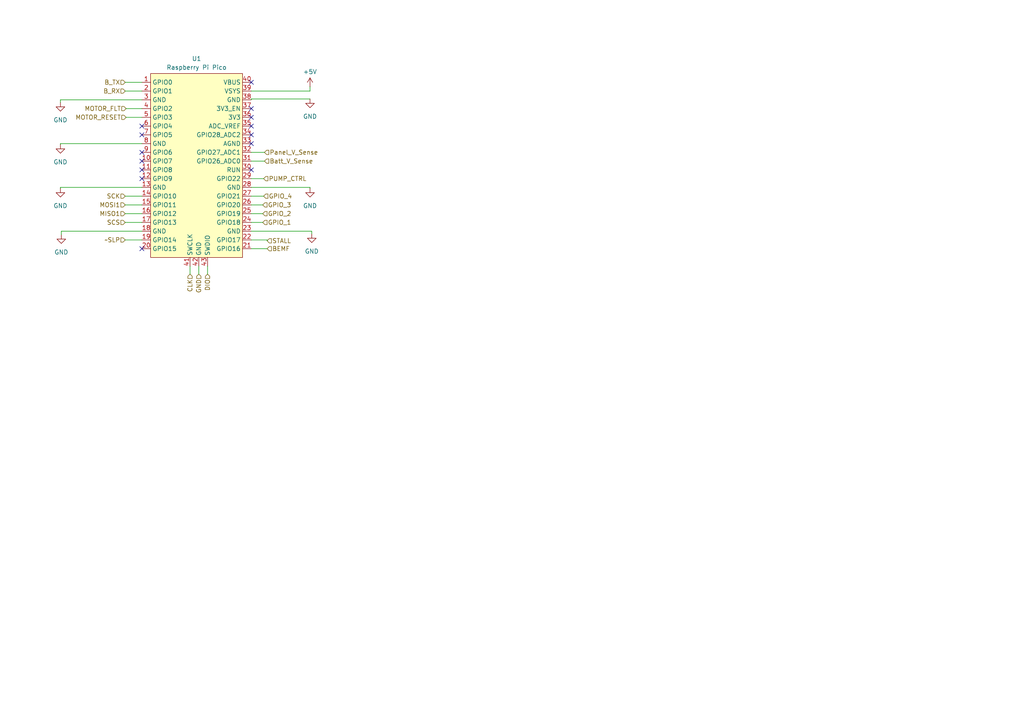
<source format=kicad_sch>
(kicad_sch (version 20230121) (generator eeschema)
  (paper "A4")
  (lib_symbols
    (symbol "Pico:Pico"
      (property "Reference" "U9" (at 0 30.48 0))
      (property "Value" "Raspberry Pi Pico" (at 0 27.94 0))
      (symbol "Pico_0_1"
        (rectangle (start -13.97 26.67) (end 12.7 -26.67) (fill (type background)))
      )
      (symbol "Pico_1_1"
        (pin bidirectional line (at -16.51 24.13 0) (length 2.54) (name "GPIO0") (number "1"))
        (pin bidirectional line (at -16.51 1.27 0) (length 2.54) (name "GPIO7") (number "10"))
        (pin bidirectional line (at -16.51 -1.27 0) (length 2.54) (name "GPIO8") (number "11"))
        (pin bidirectional line (at -16.51 -3.81 0) (length 2.54) (name "GPIO9") (number "12"))
        (pin power_in line (at -16.51 -6.35 0) (length 2.54) (name "GND") (number "13"))
        (pin bidirectional line (at -16.51 -8.89 0) (length 2.54) (name "GPIO10") (number "14"))
        (pin bidirectional line (at -16.51 -11.43 0) (length 2.54) (name "GPIO11") (number "15"))
        (pin bidirectional line (at -16.51 -13.97 0) (length 2.54) (name "GPIO12") (number "16"))
        (pin bidirectional line (at -16.51 -16.51 0) (length 2.54) (name "GPIO13") (number "17"))
        (pin power_in line (at -16.51 -19.05 0) (length 2.54) (name "GND") (number "18"))
        (pin bidirectional line (at -16.51 -21.59 0) (length 2.54) (name "GPIO14") (number "19"))
        (pin bidirectional line (at -16.51 21.59 0) (length 2.54) (name "GPIO1") (number "2"))
        (pin bidirectional line (at -16.51 -24.13 0) (length 2.54) (name "GPIO15") (number "20"))
        (pin bidirectional line (at 15.24 -24.13 180) (length 2.54) (name "GPIO16") (number "21"))
        (pin bidirectional line (at 15.24 -21.59 180) (length 2.54) (name "GPIO17") (number "22"))
        (pin power_in line (at 15.24 -19.05 180) (length 2.54) (name "GND") (number "23"))
        (pin bidirectional line (at 15.24 -16.51 180) (length 2.54) (name "GPIO18") (number "24"))
        (pin bidirectional line (at 15.24 -13.97 180) (length 2.54) (name "GPIO19") (number "25"))
        (pin bidirectional line (at 15.24 -11.43 180) (length 2.54) (name "GPIO20") (number "26"))
        (pin bidirectional line (at 15.24 -8.89 180) (length 2.54) (name "GPIO21") (number "27"))
        (pin power_in line (at 15.24 -6.35 180) (length 2.54) (name "GND") (number "28"))
        (pin bidirectional line (at 15.24 -3.81 180) (length 2.54) (name "GPIO22") (number "29"))
        (pin power_in line (at -16.51 19.05 0) (length 2.54) (name "GND") (number "3"))
        (pin input line (at 15.24 -1.27 180) (length 2.54) (name "RUN") (number "30"))
        (pin bidirectional line (at 15.24 1.27 180) (length 2.54) (name "GPIO26_ADC0") (number "31"))
        (pin bidirectional line (at 15.24 3.81 180) (length 2.54) (name "GPIO27_ADC1") (number "32"))
        (pin power_in line (at 15.24 6.35 180) (length 2.54) (name "AGND") (number "33"))
        (pin bidirectional line (at 15.24 8.89 180) (length 2.54) (name "GPIO28_ADC2") (number "34"))
        (pin power_in line (at 15.24 11.43 180) (length 2.54) (name "ADC_VREF") (number "35"))
        (pin power_in line (at 15.24 13.97 180) (length 2.54) (name "3V3") (number "36"))
        (pin input line (at 15.24 16.51 180) (length 2.54) (name "3V3_EN") (number "37"))
        (pin bidirectional line (at 15.24 19.05 180) (length 2.54) (name "GND") (number "38"))
        (pin power_in line (at 15.24 21.59 180) (length 2.54) (name "VSYS") (number "39"))
        (pin bidirectional line (at -16.51 16.51 0) (length 2.54) (name "GPIO2") (number "4"))
        (pin power_in line (at 15.24 24.13 180) (length 2.54) (name "VBUS") (number "40"))
        (pin input line (at -2.54 -29.21 90) (length 2.54) (name "SWCLK") (number "41"))
        (pin power_in line (at 0 -29.21 90) (length 2.54) (name "GND") (number "42"))
        (pin bidirectional line (at 2.54 -29.21 90) (length 2.54) (name "SWDIO") (number "43"))
        (pin bidirectional line (at -16.51 13.97 0) (length 2.54) (name "GPIO3") (number "5"))
        (pin bidirectional line (at -16.51 11.43 0) (length 2.54) (name "GPIO4") (number "6"))
        (pin bidirectional line (at -16.51 8.89 0) (length 2.54) (name "GPIO5") (number "7"))
        (pin power_in line (at -16.51 6.35 0) (length 2.54) (name "GND") (number "8"))
        (pin bidirectional line (at -16.51 3.81 0) (length 2.54) (name "GPIO6") (number "9"))
      )
    )
    (symbol "power:+5V" (power) (pin_names (offset 0))
      (property "Value" "+5V" (at 0 3.556 0))
      (symbol "+5V_0_1"
        (polyline (pts (xy -0.762 1.27) (xy 0 2.54)))
        (polyline (pts (xy 0 0) (xy 0 2.54)))
        (polyline (pts (xy 0 2.54) (xy 0.762 1.27)))
      )
      (symbol "+5V_1_1"
        (pin power_in line (at 0 0 90) (length 0) hide (name "+5V") (number "1"))
      )
    )
    (symbol "power:GND" (power) (pin_names (offset 0))
      (property "Value" "GND" (at 0 -3.81 0))
      (symbol "GND_0_1"
        (polyline (pts (xy 0 0) (xy 0 -1.27) (xy 1.27 -1.27) (xy 0 -2.54) (xy -1.27 -1.27) (xy 0 -1.27)))
      )
      (symbol "GND_1_1"
        (pin power_in line (at 0 0 270) (length 0) hide (name "GND") (number "1"))
      )
    )
  )
  (no_connect (at 72.898 41.656))
  (no_connect (at 41.148 44.196))
  (no_connect (at 41.148 39.116))
  (no_connect (at 72.898 36.576))
  (no_connect (at 72.898 31.496))
  (no_connect (at 41.148 72.136))
  (no_connect (at 41.148 49.276))
  (no_connect (at 72.898 39.116))
  (no_connect (at 41.148 36.576))
  (no_connect (at 41.148 46.736))
  (no_connect (at 41.148 51.816))
  (no_connect (at 72.898 34.036))
  (no_connect (at 72.898 49.276))
  (no_connect (at 72.898 23.876))
  (wire (pts (xy 72.898 28.702) (xy 72.898 28.956)))
  (wire (pts (xy 76.454 51.816) (xy 72.898 51.816)))
  (wire (pts (xy 17.526 41.656) (xy 17.526 41.91)))
  (wire (pts (xy 55.118 77.216) (xy 55.118 79.502)))
  (wire (pts (xy 36.322 59.436) (xy 41.148 59.436)))
  (wire (pts (xy 41.148 41.656) (xy 17.526 41.656)))
  (wire (pts (xy 36.576 31.496) (xy 41.148 31.496)))
  (wire (pts (xy 57.658 77.216) (xy 57.658 79.502)))
  (wire (pts (xy 90.424 67.056) (xy 90.424 67.818)))
  (wire (pts (xy 36.322 26.416) (xy 41.148 26.416)))
  (wire (pts (xy 76.2 61.976) (xy 72.898 61.976)))
  (wire (pts (xy 17.78 67.056) (xy 41.148 67.056)))
  (wire (pts (xy 60.198 77.216) (xy 60.198 79.502)))
  (wire (pts (xy 36.322 23.876) (xy 41.148 23.876)))
  (wire (pts (xy 72.898 59.436) (xy 76.2 59.436)))
  (wire (pts (xy 41.148 28.956) (xy 17.526 28.956)))
  (wire (pts (xy 41.148 54.356) (xy 17.526 54.356)))
  (wire (pts (xy 36.322 64.516) (xy 41.148 64.516)))
  (wire (pts (xy 72.898 67.056) (xy 90.424 67.056)))
  (wire (pts (xy 72.898 64.516) (xy 76.2 64.516)))
  (wire (pts (xy 89.916 54.356) (xy 89.916 54.61)))
  (wire (pts (xy 17.526 28.956) (xy 17.526 29.718)))
  (wire (pts (xy 72.898 54.356) (xy 89.916 54.356)))
  (wire (pts (xy 72.898 69.596) (xy 77.47 69.596)))
  (wire (pts (xy 72.898 56.896) (xy 76.454 56.896)))
  (wire (pts (xy 77.47 72.136) (xy 72.898 72.136)))
  (wire (pts (xy 72.898 26.416) (xy 89.916 26.416)))
  (wire (pts (xy 89.916 26.416) (xy 89.916 25.146)))
  (wire (pts (xy 36.576 34.036) (xy 41.148 34.036)))
  (wire (pts (xy 36.322 61.976) (xy 41.148 61.976)))
  (wire (pts (xy 17.78 68.072) (xy 17.78 67.056)))
  (wire (pts (xy 72.898 44.196) (xy 76.708 44.196)))
  (wire (pts (xy 36.322 56.896) (xy 41.148 56.896)))
  (wire (pts (xy 17.526 54.356) (xy 17.526 54.61)))
  (wire (pts (xy 36.322 69.596) (xy 41.148 69.596)))
  (wire (pts (xy 72.898 46.736) (xy 76.708 46.736)))
  (wire (pts (xy 77.47 69.596) (xy 77.47 69.85)))
  (wire (pts (xy 89.916 28.702) (xy 72.898 28.702)))
  (hierarchical_label "Panel_V_Sense" (shape input) (at 76.708 44.196 0))
  (hierarchical_label "BEMF" (shape input) (at 77.47 72.136 0))
  (hierarchical_label "GPIO_3" (shape input) (at 76.2 59.436 0))
  (hierarchical_label "GPIO_1" (shape input) (at 76.2 64.516 0))
  (hierarchical_label "MOTOR_FLT" (shape input) (at 36.576 31.496 180))
  (hierarchical_label "GPIO_2" (shape input) (at 76.2 61.976 0))
  (hierarchical_label "MOSI1" (shape input) (at 36.322 59.436 180))
  (hierarchical_label "SCK" (shape input) (at 36.322 56.896 180))
  (hierarchical_label "Batt_V_Sense" (shape input) (at 76.708 46.736 0))
  (hierarchical_label "MISO1" (shape input) (at 36.322 61.976 180))
  (hierarchical_label "B_TX" (shape input) (at 36.322 23.876 180))
  (hierarchical_label "STALL" (shape input) (at 77.47 69.85 0))
  (hierarchical_label "CLK" (shape input) (at 55.118 79.502 270))
  (hierarchical_label "MOTOR_RESET" (shape input) (at 36.576 34.036 180))
  (hierarchical_label "GPIO_4" (shape input) (at 76.454 56.896 0))
  (hierarchical_label "B_RX" (shape input) (at 36.322 26.416 180))
  (hierarchical_label "DIO" (shape input) (at 60.198 79.502 270))
  (hierarchical_label "SCS" (shape input) (at 36.322 64.516 180))
  (hierarchical_label "PUMP_CTRL" (shape input) (at 76.454 51.816 0))
  (hierarchical_label "~SLP" (shape input) (at 36.322 69.596 180))
  (hierarchical_label "GND" (shape input) (at 57.658 79.502 270))
  (symbol (lib_id "power:+5V") (at 89.916 25.146 0) (unit 1)
    (property "Reference" "#PWR031" (effects hide))
    (property "Value" "+5V" (at 89.916 20.828 0))
  )
  (symbol (lib_id "power:GND") (at 17.526 54.61 0) (unit 1)
    (property "Reference" "#PWR016" (effects hide))
    (property "Value" "GND" (at 17.526 59.69 0))
  )
  (symbol (lib_id "power:GND") (at 17.526 29.718 0) (unit 1)
    (property "Reference" "#PWR014" (effects hide))
    (property "Value" "GND" (at 17.526 34.798 0))
  )
  (symbol (lib_id "power:GND") (at 89.916 54.61 0) (unit 1)
    (property "Reference" "#PWR019" (effects hide))
    (property "Value" "GND" (at 89.916 59.69 0))
  )
  (symbol (lib_id "power:GND") (at 17.78 68.072 0) (unit 1)
    (property "Reference" "#PWR017" (effects hide))
    (property "Value" "GND" (at 17.78 73.152 0))
  )
  (symbol (lib_id "power:GND") (at 90.424 67.818 0) (unit 1)
    (property "Reference" "#PWR018" (effects hide))
    (property "Value" "GND" (at 90.424 72.898 0))
  )
  (symbol (lib_id "Pico:Pico") (at 57.658 48.006 0) (unit 1)
    (property "Reference" "U1" (at 57.023 17.018 0))
    (property "Value" "Raspberry Pi Pico" (at 57.023 19.558 0))
    (property "Footprint" "RPi_Pico:RPi_Pico_SMD_TH" (effects hide))
  )
  (symbol (lib_id "power:GND") (at 17.526 41.91 0) (unit 1)
    (property "Reference" "#PWR015" (effects hide))
    (property "Value" "GND" (at 17.526 46.99 0))
  )
  (symbol (lib_id "power:GND") (at 89.916 28.702 0) (unit 1)
    (property "Reference" "#PWR020" (effects hide))
    (property "Value" "GND" (at 89.916 33.782 0))
  )
)
</source>
